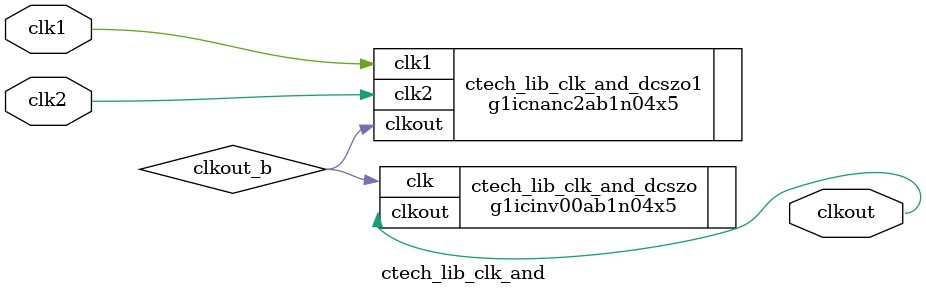
<source format=sv>

module ctech_lib_clk_and (
   input logic clk1,
   input logic clk2,
   output logic clkout );

   logic clkout_b;

   g1icnanc2ab1n04x5 ctech_lib_clk_and_dcszo1 (.clkout(clkout_b),.clk1(clk1),.clk2(clk2));
   g1icinv00ab1n04x5 ctech_lib_clk_and_dcszo (.clkout(clkout),.clk(clkout_b));

endmodule // ctech_lib_clk_and

</source>
